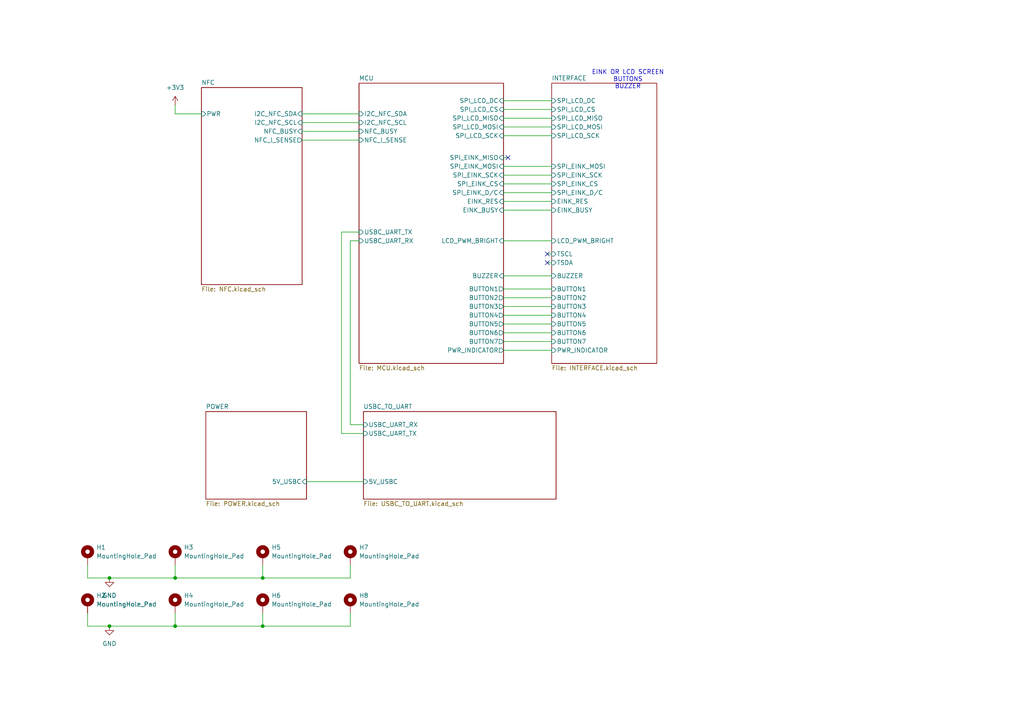
<source format=kicad_sch>
(kicad_sch (version 20231120) (generator "eeschema") (generator_version "8.0")
  (paper "A4")
  (lib_symbols
    (symbol "Mechanical:MountingHole_Pad" (pin_numbers hide) (pin_names (offset 1.016) hide) (exclude_from_sim yes) (in_bom no)
      (property "Reference" "H" (at 0 6.35 0))
      (property "Value" "MountingHole_Pad" (at 0 4.445 0))
      (symbol "MountingHole_Pad_0_1"
        (circle (center 0 1.27) (radius 1.27) (stroke (width 1.27)))
      )
      (symbol "MountingHole_Pad_1_1"
        (pin input line (at 0 -2.54 90) (length 2.54) (name "1") (number "1"))
      )
    )
    (symbol "power:+3V3" (power) (pin_numbers hide) (pin_names (offset 0) hide)
      (property "Value" "+3V3" (at 0 3.556 0))
      (symbol "+3V3_0_1"
        (polyline (pts (xy -0.762 1.27) (xy 0 2.54)))
        (polyline (pts (xy 0 0) (xy 0 2.54)))
        (polyline (pts (xy 0 2.54) (xy 0.762 1.27)))
      )
      (symbol "+3V3_1_1"
        (pin power_in line (at 0 0 90) (length 0) (name "~") (number "1"))
      )
    )
    (symbol "power:GND" (power) (pin_numbers hide) (pin_names (offset 0) hide)
      (property "Value" "GND" (at 0 -3.81 0))
      (symbol "GND_0_1"
        (polyline (pts (xy 0 0) (xy 0 -1.27) (xy 1.27 -1.27) (xy 0 -2.54) (xy -1.27 -1.27) (xy 0 -1.27)))
      )
      (symbol "GND_1_1"
        (pin power_in line (at 0 0 270) (length 0) (name "~") (number "1"))
      )
    )
  )
  (junction (at 50.8 181.61))
  (junction (at 31.75 181.61))
  (junction (at 76.2 167.64))
  (junction (at 76.2 181.61))
  (junction (at 31.75 167.64))
  (junction (at 50.8 167.64))
  (no_connect (at 147.32 45.72))
  (no_connect (at 158.75 76.2))
  (no_connect (at 158.75 73.66))
  (wire (pts (xy 87.63 40.64) (xy 104.14 40.64)))
  (wire (pts (xy 50.8 30.48) (xy 50.8 33.02)))
  (wire (pts (xy 160.02 73.66) (xy 158.75 73.66)))
  (wire (pts (xy 87.63 33.02) (xy 104.14 33.02)))
  (wire (pts (xy 146.05 88.9) (xy 160.02 88.9)))
  (wire (pts (xy 146.05 58.42) (xy 160.02 58.42)))
  (wire (pts (xy 76.2 167.64) (xy 50.8 167.64)))
  (wire (pts (xy 101.6 163.83) (xy 101.6 167.64)))
  (wire (pts (xy 87.63 35.56) (xy 104.14 35.56)))
  (wire (pts (xy 25.4 181.61) (xy 31.75 181.61)))
  (wire (pts (xy 31.75 167.64) (xy 50.8 167.64)))
  (wire (pts (xy 146.05 36.83) (xy 160.02 36.83)))
  (wire (pts (xy 146.05 39.37) (xy 160.02 39.37)))
  (wire (pts (xy 146.05 53.34) (xy 160.02 53.34)))
  (wire (pts (xy 101.6 69.85) (xy 104.14 69.85)))
  (wire (pts (xy 146.05 45.72) (xy 147.32 45.72)))
  (wire (pts (xy 101.6 69.85) (xy 101.6 123.19)))
  (wire (pts (xy 146.05 93.98) (xy 160.02 93.98)))
  (wire (pts (xy 146.05 34.29) (xy 160.02 34.29)))
  (wire (pts (xy 99.06 67.31) (xy 99.06 125.73)))
  (wire (pts (xy 146.05 48.26) (xy 160.02 48.26)))
  (wire (pts (xy 146.05 60.96) (xy 160.02 60.96)))
  (wire (pts (xy 146.05 31.75) (xy 160.02 31.75)))
  (wire (pts (xy 76.2 163.83) (xy 76.2 167.64)))
  (wire (pts (xy 146.05 83.82) (xy 160.02 83.82)))
  (wire (pts (xy 50.8 181.61) (xy 50.8 177.8)))
  (wire (pts (xy 76.2 181.61) (xy 50.8 181.61)))
  (wire (pts (xy 146.05 50.8) (xy 160.02 50.8)))
  (wire (pts (xy 146.05 80.01) (xy 160.02 80.01)))
  (wire (pts (xy 160.02 76.2) (xy 158.75 76.2)))
  (wire (pts (xy 88.9 139.7) (xy 105.41 139.7)))
  (wire (pts (xy 146.05 91.44) (xy 160.02 91.44)))
  (wire (pts (xy 76.2 181.61) (xy 101.6 181.61)))
  (wire (pts (xy 31.75 181.61) (xy 50.8 181.61)))
  (wire (pts (xy 99.06 125.73) (xy 105.41 125.73)))
  (wire (pts (xy 146.05 69.85) (xy 160.02 69.85)))
  (wire (pts (xy 99.06 67.31) (xy 104.14 67.31)))
  (wire (pts (xy 25.4 163.83) (xy 25.4 167.64)))
  (wire (pts (xy 146.05 96.52) (xy 160.02 96.52)))
  (wire (pts (xy 58.42 33.02) (xy 50.8 33.02)))
  (wire (pts (xy 25.4 177.8) (xy 25.4 181.61)))
  (wire (pts (xy 76.2 167.64) (xy 101.6 167.64)))
  (wire (pts (xy 76.2 177.8) (xy 76.2 181.61)))
  (wire (pts (xy 146.05 101.6) (xy 160.02 101.6)))
  (wire (pts (xy 146.05 99.06) (xy 160.02 99.06)))
  (wire (pts (xy 101.6 177.8) (xy 101.6 181.61)))
  (wire (pts (xy 146.05 86.36) (xy 160.02 86.36)))
  (wire (pts (xy 87.63 38.1) (xy 104.14 38.1)))
  (wire (pts (xy 146.05 55.88) (xy 160.02 55.88)))
  (wire (pts (xy 146.05 29.21) (xy 160.02 29.21)))
  (wire (pts (xy 25.4 167.64) (xy 31.75 167.64)))
  (wire (pts (xy 50.8 167.64) (xy 50.8 163.83)))
  (wire (pts (xy 105.41 123.19) (xy 101.6 123.19)))
  (text "EINK OR LCD SCREEN\nBUTTONS\nBUZZER\n" (at 182.118 23.114 0) (effects (font (size 1.27 1.27))))
  (symbol (lib_id "Mechanical:MountingHole_Pad") (at 101.6 161.29 0) (unit 1) (exclude_from_sim yes) (in_bom no)
    (property "Reference" "H7" (at 104.14 158.7499 0) (effects (justify left)))
    (property "Value" "MountingHole_Pad" (at 104.14 161.2899 0) (effects (justify left)))
    (property "Footprint" "MountingHole:MountingHole_2.7mm_M2.5_Pad_TopBottom" (effects (hide yes)))
    (property "Description" "Mounting Hole with connection" (effects (hide yes)))
    (property "Part Number" "-" (effects (hide yes)))
  )
  (symbol (lib_id "Mechanical:MountingHole_Pad") (at 25.4 161.29 0) (unit 1) (exclude_from_sim yes) (in_bom no)
    (property "Reference" "H1" (at 27.94 158.7499 0) (effects (justify left)))
    (property "Value" "MountingHole_Pad" (at 27.94 161.2899 0) (effects (justify left)))
    (property "Footprint" "MountingHole:MountingHole_2.7mm_M2.5_Pad_TopBottom" (effects (hide yes)))
    (property "Description" "Mounting Hole with connection" (effects (hide yes)))
    (property "Part Number" "-" (effects (hide yes)))
  )
  (symbol (lib_id "Mechanical:MountingHole_Pad") (at 50.8 175.26 0) (unit 1) (exclude_from_sim yes) (in_bom no)
    (property "Reference" "H4" (at 53.34 172.7199 0) (effects (justify left)))
    (property "Value" "MountingHole_Pad" (at 53.34 175.2599 0) (effects (justify left)))
    (property "Footprint" "MountingHole:MountingHole_2.7mm_M2.5_Pad_TopBottom" (effects (hide yes)))
    (property "Description" "Mounting Hole with connection" (effects (hide yes)))
    (property "Part Number" "-" (effects (hide yes)))
  )
  (symbol (lib_id "power:GND") (at 31.75 167.64 0) (unit 1)
    (property "Reference" "#PWR01" (effects (hide yes)))
    (property "Value" "GND" (at 31.75 172.72 0))
    (property "Description" "Power symbol creates a global label with name \"GND\" , ground" (effects (hide yes)))
  )
  (symbol (lib_id "Mechanical:MountingHole_Pad") (at 76.2 175.26 0) (unit 1) (exclude_from_sim yes) (in_bom no)
    (property "Reference" "H6" (at 78.74 172.7199 0) (effects (justify left)))
    (property "Value" "MountingHole_Pad" (at 78.74 175.2599 0) (effects (justify left)))
    (property "Footprint" "MountingHole:MountingHole_2.7mm_M2.5_Pad_TopBottom" (effects (hide yes)))
    (property "Description" "Mounting Hole with connection" (effects (hide yes)))
    (property "Part Number" "-" (effects (hide yes)))
  )
  (symbol (lib_id "power:GND") (at 31.75 181.61 0) (unit 1)
    (property "Reference" "#PWR02" (effects (hide yes)))
    (property "Value" "GND" (at 31.75 186.69 0))
    (property "Description" "Power symbol creates a global label with name \"GND\" , ground" (effects (hide yes)))
  )
  (symbol (lib_id "Mechanical:MountingHole_Pad") (at 101.6 175.26 0) (unit 1) (exclude_from_sim yes) (in_bom no)
    (property "Reference" "H8" (at 104.14 172.7199 0) (effects (justify left)))
    (property "Value" "MountingHole_Pad" (at 104.14 175.2599 0) (effects (justify left)))
    (property "Footprint" "MountingHole:MountingHole_2.7mm_M2.5_Pad_TopBottom" (effects (hide yes)))
    (property "Description" "Mounting Hole with connection" (effects (hide yes)))
    (property "Part Number" "-" (effects (hide yes)))
  )
  (symbol (lib_id "Mechanical:MountingHole_Pad") (at 25.4 175.26 0) (unit 1) (exclude_from_sim yes) (in_bom no)
    (property "Reference" "H2" (at 27.94 172.7199 0) (effects (justify left)))
    (property "Value" "MountingHole_Pad" (at 27.94 175.2599 0) (effects (justify left)))
    (property "Footprint" "MountingHole:MountingHole_2.7mm_M2.5_Pad_TopBottom" (effects (hide yes)))
    (property "Description" "Mounting Hole with connection" (effects (hide yes)))
    (property "Part Number" "-" (effects (hide yes)))
  )
  (symbol (lib_id "Mechanical:MountingHole_Pad") (at 50.8 161.29 0) (unit 1) (exclude_from_sim yes) (in_bom no)
    (property "Reference" "H3" (at 53.34 158.7499 0) (effects (justify left)))
    (property "Value" "MountingHole_Pad" (at 53.34 161.2899 0) (effects (justify left)))
    (property "Footprint" "MountingHole:MountingHole_2.7mm_M2.5_Pad_TopBottom" (effects (hide yes)))
    (property "Description" "Mounting Hole with connection" (effects (hide yes)))
    (property "Part Number" "-" (effects (hide yes)))
  )
  (symbol (lib_id "power:+3V3") (at 50.8 30.48 0) (unit 1)
    (property "Reference" "#PWR03" (effects (hide yes)))
    (property "Value" "+3V3" (at 50.8 25.4 0))
    (property "Description" "Power symbol creates a global label with name \"+3V3\"" (effects (hide yes)))
  )
  (symbol (lib_id "Mechanical:MountingHole_Pad") (at 76.2 161.29 0) (unit 1) (exclude_from_sim yes) (in_bom no)
    (property "Reference" "H5" (at 78.74 158.7499 0) (effects (justify left)))
    (property "Value" "MountingHole_Pad" (at 78.74 161.2899 0) (effects (justify left)))
    (property "Footprint" "MountingHole:MountingHole_2.7mm_M2.5_Pad_TopBottom" (effects (hide yes)))
    (property "Description" "Mounting Hole with connection" (effects (hide yes)))
    (property "Part Number" "-" (effects (hide yes)))
  )
  (sheet (at 104.14 24.13) (size 41.91 81.28) (stroke (width 0.1524))
    (property "Sheetname" "MCU" (at 104.14 23.4184 0) (effects (justify left bottom)))
    (property "Sheetfile" "MCU.kicad_sch" (at 104.14 105.9946 0) (effects (justify left top)))
    (pin "NFC_BUSY" input (at 104.14 38.1 180))
    (pin "I2C_NFC_SCL" input (at 104.14 35.56 180))
    (pin "I2C_NFC_SDA" input (at 104.14 33.02 180))
    (pin "SPI_LCD_CS" input (at 146.05 31.75 0))
    (pin "SPI_LCD_MISO" input (at 146.05 34.29 0))
    (pin "SPI_LCD_SCK" input (at 146.05 39.37 0))
    (pin "SPI_LCD_MOSI" input (at 146.05 36.83 0))
    (pin "SPI_EINK_CS" input (at 146.05 53.34 0))
    (pin "EINK_RES" input (at 146.05 58.42 0))
    (pin "EINK_BUSY" input (at 146.05 60.96 0))
    (pin "SPI_EINK_D{slash}C" input (at 146.05 55.88 0))
    (pin "USBC_UART_TX" input (at 104.14 67.31 180))
    (pin "USBC_UART_RX" input (at 104.14 69.85 180))
    (pin "BUZZER" input (at 146.05 80.01 0))
    (pin "NFC_I_SENSE" input (at 104.14 40.64 180))
    (pin "SPI_LCD_DC" input (at 146.05 29.21 0))
    (pin "LCD_PWM_BRIGHT" input (at 146.05 69.85 0))
    (pin "BUTTON2" output (at 146.05 86.36 0))
    (pin "BUTTON4" output (at 146.05 91.44 0))
    (pin "BUTTON1" output (at 146.05 83.82 0))
    (pin "BUTTON3" output (at 146.05 88.9 0))
    (pin "BUTTON7" output (at 146.05 99.06 0))
    (pin "BUTTON6" output (at 146.05 96.52 0))
    (pin "BUTTON5" output (at 146.05 93.98 0))
    (pin "PWR_INDICATOR" output (at 146.05 101.6 0))
    (pin "SPI_EINK_MOSI" input (at 146.05 48.26 0))
    (pin "SPI_EINK_MISO" input (at 146.05 45.72 0))
    (pin "SPI_EINK_SCK" input (at 146.05 50.8 0))
  )
  (sheet (at 58.42 25.4) (size 29.21 57.15) (stroke (width 0.1524))
    (property "Sheetname" "NFC" (at 58.42 24.6884 0) (effects (justify left bottom)))
    (property "Sheetfile" "NFC.kicad_sch" (at 58.42 83.1346 0) (effects (justify left top)))
    (pin "I2C_NFC_SDA" input (at 87.63 33.02 0))
    (pin "I2C_NFC_SCL" input (at 87.63 35.56 0))
    (pin "NFC_BUSY" input (at 87.63 38.1 0))
    (pin "PWR" input (at 58.42 33.02 180))
    (pin "NFC_I_SENSE" output (at 87.63 40.64 0))
  )
  (sheet (at 59.69 119.38) (size 29.21 25.4) (stroke (width 0.1524))
    (property "Sheetname" "POWER" (at 59.69 118.6684 0) (effects (justify left bottom)))
    (property "Sheetfile" "POWER.kicad_sch" (at 59.69 145.3646 0) (effects (justify left top)))
    (pin "5V_USBC" input (at 88.9 139.7 0))
  )
  (sheet (at 105.41 119.38) (size 55.88 25.4) (stroke (width 0.1524))
    (property "Sheetname" "USBC_TO_UART" (at 105.41 118.6684 0) (effects (justify left bottom)))
    (property "Sheetfile" "USBC_TO_UART.kicad_sch" (at 105.41 145.3646 0) (effects (justify left top)))
    (pin "USBC_UART_RX" input (at 105.41 123.19 180))
    (pin "USBC_UART_TX" input (at 105.41 125.73 180))
    (pin "5V_USBC" input (at 105.41 139.7 180))
  )
  (sheet (at 160.02 24.13) (size 30.48 81.28) (stroke (width 0.1524))
    (property "Sheetname" "INTERFACE" (at 160.02 23.4184 0) (effects (justify left bottom)))
    (property "Sheetfile" "INTERFACE.kicad_sch" (at 160.02 105.9946 0) (effects (justify left top)))
    (pin "SPI_LCD_CS" input (at 160.02 31.75 180))
    (pin "SPI_LCD_MISO" input (at 160.02 34.29 180))
    (pin "SPI_LCD_MOSI" input (at 160.02 36.83 180))
    (pin "SPI_LCD_SCK" input (at 160.02 39.37 180))
    (pin "SPI_EINK_CS" input (at 160.02 53.34 180))
    (pin "SPI_EINK_D{slash}C" input (at 160.02 55.88 180))
    (pin "EINK_RES" input (at 160.02 58.42 180))
    (pin "EINK_BUSY" input (at 160.02 60.96 180))
    (pin "BUZZER" input (at 160.02 80.01 180))
    (pin "SPI_LCD_DC" input (at 160.02 29.21 180))
    (pin "LCD_PWM_BRIGHT" input (at 160.02 69.85 180))
    (pin "TSDA" input (at 160.02 76.2 180))
    (pin "TSCL" input (at 160.02 73.66 180))
    (pin "BUTTON2" input (at 160.02 86.36 180))
    (pin "BUTTON3" input (at 160.02 88.9 180))
    (pin "BUTTON1" input (at 160.02 83.82 180))
    (pin "BUTTON4" input (at 160.02 91.44 180))
    (pin "BUTTON7" input (at 160.02 99.06 180))
    (pin "BUTTON5" input (at 160.02 93.98 180))
    (pin "BUTTON6" input (at 160.02 96.52 180))
    (pin "PWR_INDICATOR" input (at 160.02 101.6 180))
    (pin "SPI_EINK_MOSI" input (at 160.02 48.26 180))
    (pin "SPI_EINK_SCK" input (at 160.02 50.8 180))
  )
)
</source>
